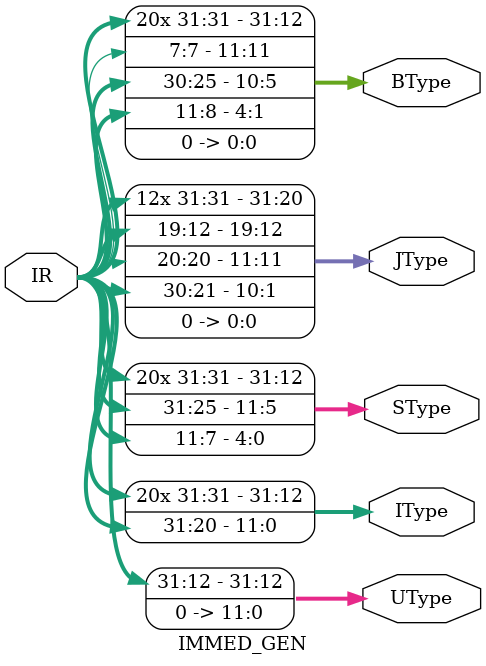
<source format=sv>
`timescale 1ns / 1ps


module IMMED_GEN(
    input [31:0] IR, 
    output logic [31:0] UType, IType, SType, JType, BType
    );
    
    always_comb
    begin 
    UType = {IR[31:12],12'b0};
    IType = {{21{IR[31]}},IR[30:25], IR[24:21], IR[20]};
    SType = {{21{IR[31]}}, IR[30:25], IR[11:8], IR[7]};
    JType = {{12{IR[31]}}, IR[19:12], IR[20], IR[30:25], IR[24:21], 1'b0};
    BType = {{20{IR[31]}}, IR[7], IR[30:25], IR[11:8], 1'b0};
    end 
endmodule

</source>
